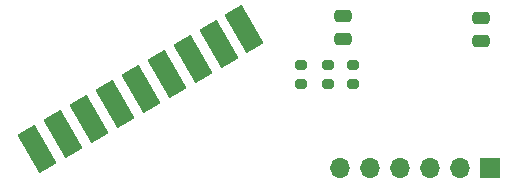
<source format=gts>
G04 #@! TF.GenerationSoftware,KiCad,Pcbnew,(6.0.2)*
G04 #@! TF.CreationDate,2022-06-23T15:06:55+02:00*
G04 #@! TF.ProjectId,cup_connect,6375705f-636f-46e6-9e65-63742e6b6963,rev?*
G04 #@! TF.SameCoordinates,Original*
G04 #@! TF.FileFunction,Soldermask,Top*
G04 #@! TF.FilePolarity,Negative*
%FSLAX46Y46*%
G04 Gerber Fmt 4.6, Leading zero omitted, Abs format (unit mm)*
G04 Created by KiCad (PCBNEW (6.0.2)) date 2022-06-23 15:06:55*
%MOMM*%
%LPD*%
G01*
G04 APERTURE LIST*
G04 Aperture macros list*
%AMRoundRect*
0 Rectangle with rounded corners*
0 $1 Rounding radius*
0 $2 $3 $4 $5 $6 $7 $8 $9 X,Y pos of 4 corners*
0 Add a 4 corners polygon primitive as box body*
4,1,4,$2,$3,$4,$5,$6,$7,$8,$9,$2,$3,0*
0 Add four circle primitives for the rounded corners*
1,1,$1+$1,$2,$3*
1,1,$1+$1,$4,$5*
1,1,$1+$1,$6,$7*
1,1,$1+$1,$8,$9*
0 Add four rect primitives between the rounded corners*
20,1,$1+$1,$2,$3,$4,$5,0*
20,1,$1+$1,$4,$5,$6,$7,0*
20,1,$1+$1,$6,$7,$8,$9,0*
20,1,$1+$1,$8,$9,$2,$3,0*%
%AMRotRect*
0 Rectangle, with rotation*
0 The origin of the aperture is its center*
0 $1 length*
0 $2 width*
0 $3 Rotation angle, in degrees counterclockwise*
0 Add horizontal line*
21,1,$1,$2,0,0,$3*%
G04 Aperture macros list end*
%ADD10RoundRect,0.200000X0.275000X-0.200000X0.275000X0.200000X-0.275000X0.200000X-0.275000X-0.200000X0*%
%ADD11R,1.700000X1.700000*%
%ADD12O,1.700000X1.700000*%
%ADD13RoundRect,0.250000X0.475000X-0.250000X0.475000X0.250000X-0.475000X0.250000X-0.475000X-0.250000X0*%
%ADD14RotRect,3.750000X1.700000X120.000000*%
G04 APERTURE END LIST*
D10*
X-5207000Y-17081000D03*
X-5207000Y-15431000D03*
D11*
X6325000Y-24130000D03*
D12*
X3785000Y-24130000D03*
X1245000Y-24130000D03*
X-1295000Y-24130000D03*
X-3835000Y-24130000D03*
X-6375000Y-24130000D03*
D13*
X5588000Y-13396000D03*
X5588000Y-11496000D03*
D10*
X-9652000Y-17081000D03*
X-9652000Y-15431000D03*
X-7366000Y-17081000D03*
X-7366000Y-15431000D03*
D13*
X-6096000Y-13208000D03*
X-6096000Y-11308000D03*
D14*
X-32029651Y-22543017D03*
X-29805947Y-21314586D03*
X-27606242Y-20044586D03*
X-25406538Y-18774586D03*
X-23206833Y-17504586D03*
X-21007128Y-16234586D03*
X-18807424Y-14964586D03*
X-16607719Y-13694586D03*
X-14432015Y-12383017D03*
M02*

</source>
